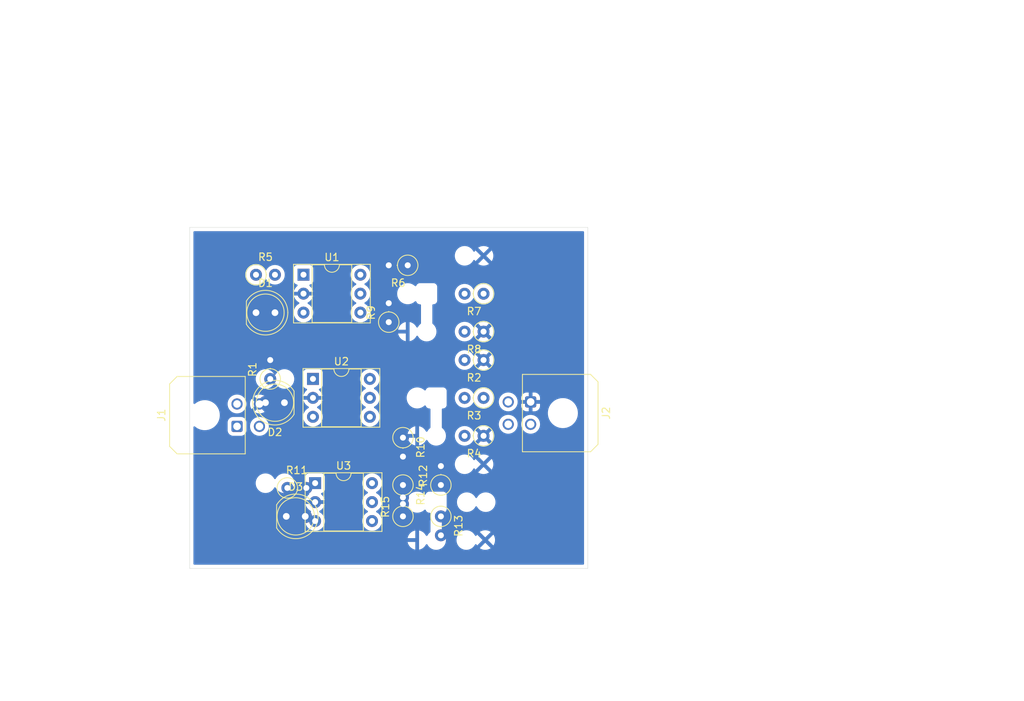
<source format=kicad_pcb>
(kicad_pcb (version 20211014) (generator pcbnew)
  (layers (0 "F.Cu" signal) (31 "B.Cu" signal) (34 "B.Paste" user) (35 "F.Paste" user) (36 "B.SilkS" user "B.Silkscreen") (37 "F.SilkS" user "F.Silkscreen") (38 "B.Mask" user) (39 "F.Mask" user) (44 "Edge.Cuts" user))
  (net 0 "")
  (net 1 "Net-(D1-Pad1)")
  (net 2 "/single_channel1/5V-signal")
  (net 3 "Net-(D2-Pad1)")
  (net 4 "/single_channel/5V-signal")
  (net 5 "Net-(D3-Pad1)")
  (net 6 "/single_channel2/5V-signal")
  (net 7 "/single_channel/24-signal")
  (net 8 "/single_channel1/24-signal")
  (net 9 "/single_channel2/24-signal")
  (net 10 "GND")
  (net 11 "Net-(R1-Pad2)")
  (net 12 "Net-(R2-Pad2)")
  (net 13 "+5V")
  (net 14 "Net-(R3-Pad2)")
  (net 15 "Net-(R5-Pad2)")
  (net 16 "Net-(R6-Pad2)")
  (net 17 "Net-(R7-Pad2)")
  (net 18 "Net-(R11-Pad2)")
  (net 19 "Net-(R12-Pad2)")
  (net 20 "Net-(R13-Pad2)")
  (footprint "Package_DIP:DIP-6_W7.62mm_Socket" (layer "F.Cu") (at 130.82 96.51)
    (fp_text reference "U2" (at 3.81 -2.33) (layer "F.SilkS"))
    (fp_text value "4N35")
    (fp_line (start 6.46 6.41) (end 6.46 -1.33) (layer "F.SilkS") (width 0.12))
    (fp_line (start 1.16 6.41) (end 6.46 6.41) (layer "F.SilkS") (width 0.12))
    (fp_line (start 8.95 -1.39) (end -1.33 -1.39) (layer "F.SilkS") (width 0.12))
    (fp_line (start 1.16 -1.33) (end 1.16 6.41) (layer "F.SilkS") (width 0.12))
    (fp_line (start 8.95 6.47) (end 8.95 -1.39) (layer "F.SilkS") (width 0.12))
    (fp_line (start 2.81 -1.33) (end 1.16 -1.33) (layer "F.SilkS") (width 0.12))
    (fp_line (start -1.33 6.47) (end 8.95 6.47) (layer "F.SilkS") (width 0.12))
    (fp_line (start 6.46 -1.33) (end 4.81 -1.33) (layer "F.SilkS") (width 0.12))
    (fp_line (start -1.33 -1.39) (end -1.33 6.47) (layer "F.SilkS") (width 0.12))
    (fp_arc (start 4.81 -1.33) (mid 3.81 -0.33) (end 2.81 -1.33) (layer "F.SilkS") (width 0.12))
    (pad "1" thru_hole rect locked (at 0 0) (size 1.6 1.6) (drill 0.8) (layers *.Cu *.Mask) (net 11 "Net-(R1-Pad2)"))
    (pad "2" thru_hole oval locked (at 0 2.54) (size 1.6 1.6) (drill 0.8) (layers *.Cu *.Mask) (net 10 "GND"))
    (pad "3" thru_hole oval locked (at 0 5.08) (size 1.6 1.6) (drill 0.8) (layers *.Cu *.Mask))
    (pad "4" thru_hole oval locked (at 7.62 5.08) (size 1.6 1.6) (drill 0.8) (layers *.Cu *.Mask) (net 4 "/single_channel/5V-signal"))
    (pad "5" thru_hole oval locked (at 7.62 2.54) (size 1.6 1.6) (drill 0.8) (layers *.Cu *.Mask) (net 14 "Net-(R3-Pad2)"))
    (pad "6" thru_hole oval locked (at 7.62 0) (size 1.6 1.6) (drill 0.8) (layers *.Cu *.Mask) (net 12 "Net-(R2-Pad2)"))
  )
  (footprint "Resistor_THT:R_Axial_DIN0207_L6.3mm_D2.5mm_P2.54mm_Vertical" (layer "F.Cu") (at 153.67 85.09 180)
    (fp_text reference "R7" (at 1.27 -2.37 180) (layer "F.SilkS"))
    (fp_text value "100 Ω")
    (fp_line (start 1.37 0) (end 1.44 0) (layer "F.SilkS") (width 0.12))
    (fp_circle (center 0 0) (end 1.37 0) (layer "F.SilkS") (width 0.12) (fill none))
    (pad "1" thru_hole circle locked (at 0 0 180) (size 1.6 1.6) (drill 0.8) (layers *.Cu *.Mask) (net 13 "+5V"))
    (pad "2" thru_hole oval locked (at 2.54 0 180) (size 1.6 1.6) (drill 0.8) (layers *.Cu *.Mask) (net 17 "Net-(R7-Pad2)"))
  )
  (footprint "Resistor_THT:R_Axial_DIN0207_L6.3mm_D2.5mm_P2.54mm_Vertical" (layer "F.Cu") (at 143.51 81.28 180)
    (fp_text reference "R6" (at 1.27 -2.37 180) (layer "F.SilkS"))
    (fp_text value "100k Ω")
    (fp_line (start 1.37 0) (end 1.44 0) (layer "F.SilkS") (width 0.12))
    (fp_circle (center 0 0) (end 1.37 0) (layer "F.SilkS") (width 0.12) (fill none))
    (pad "1" thru_hole circle locked (at 0 0 180) (size 1.6 1.6) (drill 0.8) (layers *.Cu *.Mask) (net 10 "GND"))
    (pad "2" thru_hole oval locked (at 2.54 0 180) (size 1.6 1.6) (drill 0.8) (layers *.Cu *.Mask) (net 16 "Net-(R6-Pad2)"))
  )
  (footprint "LED_THT:LED_D5.0mm" (layer "F.Cu") (at 127 99.695 180)
    (fp_text reference "D2" (at 1.27 -3.96 180) (layer "F.SilkS"))
    (fp_text value "2 mA 1.7-1.8 Vf")
    (fp_line (start -1.29 -1.545) (end -1.29 1.545) (layer "F.SilkS") (width 0.12))
    (fp_arc (start 4.26 -0.000462) (mid 2.072002 2.880433) (end -1.29 1.54483) (layer "F.SilkS") (width 0.12))
    (fp_arc (start -1.29 -1.54483) (mid 2.072002 -2.880433) (end 4.26 0.000462) (layer "F.SilkS") (width 0.12))
    (fp_circle (center 1.27 0) (end 3.77 0) (layer "F.SilkS") (width 0.12) (fill none))
    (pad "1" thru_hole rect locked (at 0 0 180) (size 1.8 1.8) (drill 0.9) (layers *.Cu *.Mask) (net 3 "Net-(D2-Pad1)"))
    (pad "2" thru_hole circle locked (at 2.54 0 180) (size 1.8 1.8) (drill 0.9) (layers *.Cu *.Mask) (net 4 "/single_channel/5V-signal"))
  )
  (footprint "Connector_Molex:Molex_Micro-Fit_3.0_43045-0400_2x02_P3.00mm_Horizontal" (layer "F.Cu") (at 159.975 99.592 -90)
    (fp_text reference "J2" (at 1.5 -10.12 90) (layer "F.SilkS"))
    (fp_text value "Conn_01x04")
    (fp_line (start 6.685 1.1) (end -3.685 1.1) (layer "F.SilkS") (width 0.12))
    (fp_line (start -3.685 1.1) (end -3.685 -8.03) (layer "F.SilkS") (width 0.12))
    (fp_line (start -2.685 -9.03) (end 5.685 -9.03) (layer "F.SilkS") (width 0.12))
    (fp_line (start 5.685 -9.03) (end 6.685 -8.03) (layer "F.SilkS") (width 0.12))
    (fp_line (start -3.685 -8.03) (end -2.685 -9.03) (layer "F.SilkS") (width 0.12))
    (fp_line (start 6.685 -8.03) (end 6.685 1.1) (layer "F.SilkS") (width 0.12))
    (pad "" np_thru_hole circle locked (at 1.5 -4.32 270) (size 3 3) (drill 3) (layers *.Cu *.Mask))
    (pad "1" thru_hole roundrect locked (at 0 0 270) (size 1.5 1.5) (drill 1.02) (layers *.Cu *.Mask) (roundrect_rratio 0.166667) (net 10 "GND"))
    (pad "2" thru_hole circle locked (at 3 0 270) (size 1.5 1.5) (drill 1.02) (layers *.Cu *.Mask) (net 6 "/single_channel2/5V-signal"))
    (pad "3" thru_hole circle locked (at 0 3 270) (size 1.5 1.5) (drill 1.02) (layers *.Cu *.Mask) (net 2 "/single_channel1/5V-signal"))
    (pad "4" thru_hole circle locked (at 3 3 270) (size 1.5 1.5) (drill 1.02) (layers *.Cu *.Mask) (net 4 "/single_channel/5V-signal"))
  )
  (footprint "Package_DIP:DIP-6_W7.62mm_Socket" (layer "F.Cu") (at 129.55 82.54)
    (fp_text reference "U1" (at 3.81 -2.33) (layer "F.SilkS"))
    (fp_text value "4N35")
    (fp_line (start -1.33 -1.39) (end -1.33 6.47) (layer "F.SilkS") (width 0.12))
    (fp_line (start 1.16 -1.33) (end 1.16 6.41) (layer "F.SilkS") (width 0.12))
    (fp_line (start 8.95 -1.39) (end -1.33 -1.39) (layer "F.SilkS") (width 0.12))
    (fp_line (start 6.46 6.41) (end 6.46 -1.33) (layer "F.SilkS") (width 0.12))
    (fp_line (start -1.33 6.47) (end 8.95 6.47) (layer "F.SilkS") (width 0.12))
    (fp_line (start 6.46 -1.33) (end 4.81 -1.33) (layer "F.SilkS") (width 0.12))
    (fp_line (start 1.16 6.41) (end 6.46 6.41) (layer "F.SilkS") (width 0.12))
    (fp_line (start 8.95 6.47) (end 8.95 -1.39) (layer "F.SilkS") (width 0.12))
    (fp_line (start 2.81 -1.33) (end 1.16 -1.33) (layer "F.SilkS") (width 0.12))
    (fp_arc (start 4.81 -1.33) (mid 3.81 -0.33) (end 2.81 -1.33) (layer "F.SilkS") (width 0.12))
    (pad "1" thru_hole rect locked (at 0 0) (size 1.6 1.6) (drill 0.8) (layers *.Cu *.Mask) (net 15 "Net-(R5-Pad2)"))
    (pad "2" thru_hole oval locked (at 0 2.54) (size 1.6 1.6) (drill 0.8) (layers *.Cu *.Mask) (net 10 "GND"))
    (pad "3" thru_hole oval locked (at 0 5.08) (size 1.6 1.6) (drill 0.8) (layers *.Cu *.Mask))
    (pad "4" thru_hole oval locked (at 7.62 5.08) (size 1.6 1.6) (drill 0.8) (layers *.Cu *.Mask) (net 2 "/single_channel1/5V-signal"))
    (pad "5" thru_hole oval locked (at 7.62 2.54) (size 1.6 1.6) (drill 0.8) (layers *.Cu *.Mask) (net 17 "Net-(R7-Pad2)"))
    (pad "6" thru_hole oval locked (at 7.62 0) (size 1.6 1.6) (drill 0.8) (layers *.Cu *.Mask) (net 16 "Net-(R6-Pad2)"))
  )
  (footprint "Resistor_THT:R_Axial_DIN0207_L6.3mm_D2.5mm_P2.54mm_Vertical" (layer "F.Cu") (at 147.955 110.735 90)
    (fp_text reference "R12" (at 1.27 -2.37 90) (layer "F.SilkS"))
    (fp_text value "100k Ω")
    (fp_line (start 1.37 0) (end 1.44 0) (layer "F.SilkS") (width 0.12))
    (fp_circle (center 0 0) (end 1.37 0) (layer "F.SilkS") (width 0.12) (fill none))
    (pad "1" thru_hole circle locked (at 0 0 90) (size 1.6 1.6) (drill 0.8) (layers *.Cu *.Mask) (net 10 "GND"))
    (pad "2" thru_hole oval locked (at 2.54 0 90) (size 1.6 1.6) (drill 0.8) (layers *.Cu *.Mask) (net 19 "Net-(R12-Pad2)"))
  )
  (footprint "Resistor_THT:R_Axial_DIN0207_L6.3mm_D2.5mm_P2.54mm_Vertical" (layer "F.Cu") (at 153.67 104.14 180)
    (fp_text reference "R4" (at 1.27 -2.37 180) (layer "F.SilkS"))
    (fp_text value "4.7 kΩ")
    (fp_line (start 1.37 0) (end 1.44 0) (layer "F.SilkS") (width 0.12))
    (fp_circle (center 0 0) (end 1.37 0) (layer "F.SilkS") (width 0.12) (fill none))
    (pad "1" thru_hole circle locked (at 0 0 180) (size 1.6 1.6) (drill 0.8) (layers *.Cu *.Mask) (net 10 "GND"))
    (pad "2" thru_hole oval locked (at 2.54 0 180) (size 1.6 1.6) (drill 0.8) (layers *.Cu *.Mask) (net 4 "/single_channel/5V-signal"))
  )
  (footprint "Resistor_THT:R_Axial_DIN0207_L6.3mm_D2.5mm_P2.54mm_Vertical" (layer "F.Cu") (at 123.19 82.55)
    (fp_text reference "R5" (at 1.27 -2.37) (layer "F.SilkS"))
    (fp_text value "2.7k Ω")
    (fp_line (start 1.37 0) (end 1.44 0) (layer "F.SilkS") (width 0.12))
    (fp_circle (center 0 0) (end 1.37 0) (layer "F.SilkS") (width 0.12) (fill none))
    (pad "1" thru_hole circle locked (at 0 0) (size 1.6 1.6) (drill 0.8) (layers *.Cu *.Mask) (net 8 "/single_channel1/24-signal"))
    (pad "2" thru_hole oval locked (at 2.54 0) (size 1.6 1.6) (drill 0.8) (layers *.Cu *.Mask) (net 15 "Net-(R5-Pad2)"))
  )
  (footprint "LED_THT:LED_D5.0mm" (layer "F.Cu") (at 123.19 87.63)
    (fp_text reference "D1" (at 1.27 -3.96) (layer "F.SilkS"))
    (fp_text value "2 mA 1.7-1.8 Vf")
    (fp_line (start -1.29 -1.545) (end -1.29 1.545) (layer "F.SilkS") (width 0.12))
    (fp_arc (start 4.26 -0.000462) (mid 2.072002 2.880433) (end -1.29 1.54483) (layer "F.SilkS") (width 0.12))
    (fp_arc (start -1.29 -1.54483) (mid 2.072002 -2.880433) (end 4.26 0.000462) (layer "F.SilkS") (width 0.12))
    (fp_circle (center 1.27 0) (end 3.77 0) (layer "F.SilkS") (width 0.12) (fill none))
    (pad "1" thru_hole rect locked (at 0 0) (size 1.8 1.8) (drill 0.9) (layers *.Cu *.Mask) (net 1 "Net-(D1-Pad1)"))
    (pad "2" thru_hole circle locked (at 2.54 0) (size 1.8 1.8) (drill 0.9) (layers *.Cu *.Mask) (net 2 "/single_channel1/5V-signal"))
  )
  (footprint "LED_THT:LED_D5.0mm" (layer "F.Cu") (at 127.245 114.935)
    (fp_text reference "D3" (at 1.27 -3.96) (layer "F.SilkS"))
    (fp_text value "2 mA 1.7-1.8 Vf")
    (fp_line (start -1.29 -1.545) (end -1.29 1.545) (layer "F.SilkS") (width 0.12))
    (fp_arc (start -1.29 -1.54483) (mid 2.072002 -2.880433) (end 4.26 0.000462) (layer "F.SilkS") (width 0.12))
    (fp_arc (start 4.26 -0.000462) (mid 2.072002 2.880433) (end -1.29 1.54483) (layer "F.SilkS") (width 0.12))
    (fp_circle (center 1.27 0) (end 3.77 0) (layer "F.SilkS") (width 0.12) (fill none))
    (pad "1" thru_hole rect locked (at 0 0) (size 1.8 1.8) (drill 0.9) (layers *.Cu *.Mask) (net 5 "Net-(D3-Pad1)"))
    (pad "2" thru_hole circle locked (at 2.54 0) (size 1.8 1.8) (drill 0.9) (layers *.Cu *.Mask) (net 6 "/single_channel2/5V-signal"))
  )
  (footprint "Connector_Molex:Molex_Micro-Fit_3.0_43045-0400_2x02_P3.00mm_Horizontal" (layer "F.Cu") (at 120.65 102.87 90)
    (fp_text reference "J1" (at 1.5 -10.12 90) (layer "F.SilkS"))
    (fp_text value "Conn_01x04")
    (fp_line (start -3.685 -8.03) (end -2.685 -9.03) (layer "F.SilkS") (width 0.12))
    (fp_line (start -2.685 -9.03) (end 5.685 -9.03) (layer "F.SilkS") (width 0.12))
    (fp_line (start 6.685 1.1) (end -3.685 1.1) (layer "F.SilkS") (width 0.12))
    (fp_line (start 6.685 -8.03) (end 6.685 1.1) (layer "F.SilkS") (width 0.12))
    (fp_line (start -3.685 1.1) (end -3.685 -8.03) (layer "F.SilkS") (width 0.12))
    (fp_line (start 5.685 -9.03) (end 6.685 -8.03) (layer "F.SilkS") (width 0.12))
    (pad "" np_thru_hole circle locked (at 1.5 -4.32 90) (size 3 3) (drill 3) (layers *.Cu *.Mask))
    (pad "1" thru_hole roundrect locked (at 0 0 90) (size 1.5 1.5) (drill 1.02) (layers *.Cu *.Mask) (roundrect_rratio 0.166667) (net 7 "/single_channel/24-signal"))
    (pad "2" thru_hole circle locked (at 3 0 90) (size 1.5 1.5) (drill 1.02) (layers *.Cu *.Mask) (net 8 "/single_channel1/24-signal"))
    (pad "3" thru_hole circle locked (at 0 3 90) (size 1.5 1.5) (drill 1.02) (layers *.Cu *.Mask) (net 9 "/single_channel2/24-signal"))
    (pad "4" thru_hole circle locked (at 3 3 90) (size 1.5 1.5) (drill 1.02) (layers *.Cu *.Mask) (net 10 "GND"))
  )
  (footprint "Resistor_THT:R_Axial_DIN0207_L6.3mm_D2.5mm_P2.54mm_Vertical" (layer "F.Cu") (at 127.39 111.125)
    (fp_text reference "R11" (at 1.27 -2.37) (layer "F.SilkS"))
    (fp_text value "2.7k Ω")
    (fp_line (start 1.37 0) (end 1.44 0) (layer "F.SilkS") (width 0.12))
    (fp_circle (center 0 0) (end 1.37 0) (layer "F.SilkS") (width 0.12) (fill none))
    (pad "1" thru_hole circle locked (at 0 0) (size 1.6 1.6) (drill 0.8) (layers *.Cu *.Mask) (net 9 "/single_channel2/24-signal"))
    (pad "2" thru_hole oval locked (at 2.54 0) (size 1.6 1.6) (drill 0.8) (layers *.Cu *.Mask) (net 18 "Net-(R11-Pad2)"))
  )
  (footprint "Resistor_THT:R_Axial_DIN0207_L6.3mm_D2.5mm_P2.54mm_Vertical" (layer "F.Cu") (at 142.875 104.385 -90)
    (fp_text reference "R10" (at 1.27 -2.37 -90) (layer "F.SilkS"))
    (fp_text value "1.6 kΩ - 1.8 kΩ")
    (fp_line (start 1.37 0) (end 1.44 0) (layer "F.SilkS") (width 0.12))
    (fp_circle (center 0 0) (end 1.37 0) (layer "F.SilkS") (width 0.12) (fill none))
    (pad "1" thru_hole circle locked (at 0 0 270) (size 1.6 1.6) (drill 0.8) (layers *.Cu *.Mask) (net 3 "Net-(D2-Pad1)"))
    (pad "2" thru_hole oval locked (at 2.54 0 270) (size 1.6 1.6) (drill 0.8) (layers *.Cu *.Mask) (net 10 "GND"))
  )
  (footprint "Resistor_THT:R_Axial_DIN0207_L6.3mm_D2.5mm_P2.54mm_Vertical" (layer "F.Cu") (at 125.095 96.52 90)
    (fp_text reference "R1" (at 1.27 -2.37 90) (layer "F.SilkS"))
    (fp_text value "2.7k Ω")
    (fp_line (start 1.37 0) (end 1.44 0) (layer "F.SilkS") (width 0.12))
    (fp_circle (center 0 0) (end 1.37 0) (layer "F.SilkS") (width 0.12) (fill none))
    (pad "1" thru_hole circle locked (at 0 0 90) (size 1.6 1.6) (drill 0.8) (layers *.Cu *.Mask) (net 7 "/single_channel/24-signal"))
    (pad "2" thru_hole oval locked (at 2.54 0 90) (size 1.6 1.6) (drill 0.8) (layers *.Cu *.Mask) (net 11 "Net-(R1-Pad2)"))
  )
  (footprint "Resistor_THT:R_Axial_DIN0207_L6.3mm_D2.5mm_P2.54mm_Vertical" (layer "F.Cu") (at 142.875 114.935 90)
    (fp_text reference "R15" (at 1.27 -2.37 90) (layer "F.SilkS"))
    (fp_text value "1.6 kΩ - 1.8 kΩ")
    (fp_line (start 1.37 0) (end 1.44 0) (layer "F.SilkS") (width 0.12))
    (fp_circle (center 0 0) (end 1.37 0) (layer "F.SilkS") (width 0.12) (fill none))
    (pad "1" thru_hole circle locked (at 0 0 90) (size 1.6 1.6) (drill 0.8) (layers *.Cu *.Mask) (net 5 "Net-(D3-Pad1)"))
    (pad "2" thru_hole oval locked (at 2.54 0 90) (size 1.6 1.6) (drill 0.8) (layers *.Cu *.Mask) (net 10 "GND"))
  )
  (footprint "Resistor_THT:R_Axial_DIN0207_L6.3mm_D2.5mm_P2.54mm_Vertical" (layer "F.Cu") (at 140.97 88.9 90)
    (fp_text reference "R9" (at 1.27 -2.37 90) (layer "F.SilkS"))
    (fp_text value "1.6 kΩ - 1.8 kΩ")
    (fp_line (start 1.37 0) (end 1.44 0) (layer "F.SilkS") (width 0.12))
    (fp_circle (center 0 0) (end 1.37 0) (layer "F.SilkS") (width 0.12) (fill none))
    (pad "1" thru_hole circle locked (at 0 0 90) (size 1.6 1.6) (drill 0.8) (layers *.Cu *.Mask) (net 1 "Net-(D1-Pad1)"))
    (pad "2" thru_hole oval locked (at 2.54 0 90) (size 1.6 1.6) (drill 0.8) (layers *.Cu *.Mask) (net 10 "GND"))
  )
  (footprint "Resistor_THT:R_Axial_DIN0207_L6.3mm_D2.5mm_P2.54mm_Vertical" (layer "F.Cu") (at 147.955 114.935 -90)
    (fp_text reference "R13" (at 1.27 -2.37 -90) (layer "F.SilkS"))
    (fp_text value "100 Ω")
    (fp_line (start 1.37 0) (end 1.44 0) (layer "F.SilkS") (width 0.12))
    (fp_circle (center 0 0) (end 1.37 0) (layer "F.SilkS") (width 0.12) (fill none))
    (pad "1" thru_hole circle locked (at 0 0 270) (size 1.6 1.6) (drill 0.8) (layers *.Cu *.Mask) (net 13 "+5V"))
    (pad "2" thru_hole oval locked (at 2.54 0 270) (size 1.6 1.6) (drill 0.8) (layers *.Cu *.Mask) (net 20 "Net-(R13-Pad2)"))
  )
  (footprint "Resistor_THT:R_Axial_DIN0207_L6.3mm_D2.5mm_P2.54mm_Vertical" (layer "F.Cu") (at 142.875 110.735 -90)
    (fp_text reference "R14" (at 1.27 -2.37 -90) (layer "F.SilkS"))
    (fp_text value "4.7 kΩ")
    (fp_line (start 1.37 0) (end 1.44 0) (layer "F.SilkS") (width 0.12))
    (fp_circle (center 0 0) (end 1.37 0) (layer "F.SilkS") (width 0.12) (fill none))
    (pad "1" thru_hole circle locked (at 0 0 270) (size 1.6 1.6) (drill 0.8) (layers *.Cu *.Mask) (net 10 "GND"))
    (pad "2" thru_hole oval locked (at 2.54 0 270) (size 1.6 1.6) (drill 0.8) (layers *.Cu *.Mask) (net 6 "/single_channel2/5V-signal"))
  )
  (footprint "Resistor_THT:R_Axial_DIN0207_L6.3mm_D2.5mm_P2.54mm_Vertical" (layer "F.Cu") (at 153.67 99.06 180)
    (fp_text reference "R3" (at 1.27 -2.37 180) (layer "F.SilkS"))
    (fp_text value "100 Ω")
    (fp_line (start 1.37 0) (end 1.44 0) (layer "F.SilkS") (width 0.12))
    (fp_circle (center 0 0) (end 1.37 0) (layer "F.SilkS") (width 0.12) (fill none))
    (pad "1" thru_hole circle locked (at 0 0 180) (size 1.6 1.6) (drill 0.8) (layers *.Cu *.Mask) (net 13 "+5V"))
    (pad "2" thru_hole oval locked (at 2.54 0 180) (size 1.6 1.6) (drill 0.8) (layers *.Cu *.Mask) (net 14 "Net-(R3-Pad2)"))
  )
  (footprint "Package_DIP:DIP-6_W7.62mm_Socket" (layer "F.Cu") (at 131.11 110.48)
    (fp_text reference "U3" (at 3.81 -2.33) (layer "F.SilkS"))
    (fp_text value "4N35")
    (fp_line (start -1.33 -1.39) (end -1.33 6.47) (layer "F.SilkS") (width 0.12))
    (fp_line (start 6.46 -1.33) (end 4.81 -1.33) (layer "F.SilkS") (width 0.12))
    (fp_line (start -1.33 6.47) (end 8.95 6.47) (layer "F.SilkS") (width 0.12))
    (fp_line (start 8.95 6.47) (end 8.95 -1.39) (layer "F.SilkS") (width 0.12))
    (fp_line (start 8.95 -1.39) (end -1.33 -1.39) (layer "F.SilkS") (width 0.12))
    (fp_line (start 2.81 -1.33) (end 1.16 -1.33) (layer "F.SilkS") (width 0.12))
    (fp_line (start 1.16 6.41) (end 6.46 6.41) (layer "F.SilkS") (width 0.12))
    (fp_line (start 6.46 6.41) (end 6.46 -1.33) (layer "F.SilkS") (width 0.12))
    (fp_line (start 1.16 -1.33) (end 1.16 6.41) (layer "F.SilkS") (width 0.12))
    (fp_arc (start 4.81 -1.33) (mid 3.81 -0.33) (end 2.81 -1.33) (layer "F.SilkS") (width 0.12))
    (pad "1" thru_hole rect locked (at 0 0) (size 1.6 1.6) (drill 0.8) (layers *.Cu *.Mask) (net 18 "Net-(R11-Pad2)"))
    (pad "2" thru_hole oval locked (at 0 2.54) (size 1.6 1.6) (drill 0.8) (layers *.Cu *.Mask) (net 10 "GND"))
    (pad "3" thru_hole oval locked (at 0 5.08) (size 1.6 1.6) (drill 0.8) (layers *.Cu *.Mask))
    (pad "4" thru_hole oval locked (at 7.62 5.08) (size 1.6 1.6) (drill 0.8) (layers *.Cu *.Mask) (net 6 "/single_channel2/5V-signal"))
    (pad "5" thru_hole oval locked (at 7.62 2.54) (size 1.6 1.6) (drill 0.8) (layers *.Cu *.Mask) (net 20 "Net-(R13-Pad2)"))
    (pad "6" thru_hole oval locked (at 7.62 0) (size 1.6 1.6) (drill 0.8) (layers *.Cu *.Mask) (net 19 "Net-(R12-Pad2)"))
  )
  (footprint "Resistor_THT:R_Axial_DIN0207_L6.3mm_D2.5mm_P2.54mm_Vertical" (layer "F.Cu") (at 153.67 90.17 180)
    (fp_text reference "R8" (at 1.27 -2.37 180) (layer "F.SilkS"))
    (fp_text value "4.7 kΩ")
    (fp_line (start 1.37 0) (end 1.44 0) (layer "F.SilkS") (width 0.12))
    (fp_circle (center 0 0) (end 1.37 0) (layer "F.SilkS") (width 0.12) (fill none))
    (pad "1" thru_hole circle locked (at 0 0 180) (size 1.6 1.6) (drill 0.8) (layers *.Cu *.Mask) (net 10 "GND"))
    (pad "2" thru_hole oval locked (at 2.54 0 180) (size 1.6 1.6) (drill 0.8) (layers *.Cu *.Mask) (net 2 "/single_channel1/5V-signal"))
  )
  (footprint "Resistor_THT:R_Axial_DIN0207_L6.3mm_D2.5mm_P2.54mm_Vertical" (layer "F.Cu") (at 153.67 93.98 180)
    (fp_text reference "R2" (at 1.27 -2.37 180) (layer "F.SilkS"))
    (fp_text value "100k Ω")
    (fp_line (start 1.37 0) (end 1.44 0) (layer "F.SilkS") (width 0.12))
    (fp_circle (center 0 0) (end 1.37 0) (layer "F.SilkS") (width 0.12) (fill none))
    (pad "1" thru_hole circle locked (at 0 0 180) (size 1.6 1.6) (drill 0.8) (layers *.Cu *.Mask) (net 10 "GND"))
    (pad "2" thru_hole oval locked (at 2.54 0 180) (size 1.6 1.6) (drill 0.8) (layers *.Cu *.Mask) (net 12 "Net-(R2-Pad2)"))
  )
  (gr_line (start 114.3 121.92) (end 114.3 76.2) (layer "Edge.Cuts") (width 0.05))
  (gr_line (start 167.64 121.92) (end 114.3 121.92) (layer "Edge.Cuts") (width 0.05))
  (gr_line (start 167.64 76.2) (end 167.64 121.92) (layer "Edge.Cuts") (width 0.05))
  (gr_line (start 114.3 76.2) (end 167.64 76.2) (layer "Edge.Cuts") (width 0.05))
  (zone locked (net 10) (net_name "GND") (layer "B.Cu") (connect_pads (clearance 0.508)) (min_thickness 0.254) (fill yes (thermal_gap 0.508) (thermal_bridge_width 0.508))
    (polygon (pts (xy 226.06 139.7) (xy 88.9 139.7) (xy 88.9 45.72) (xy 226.06 45.72)))
  )
)
</source>
